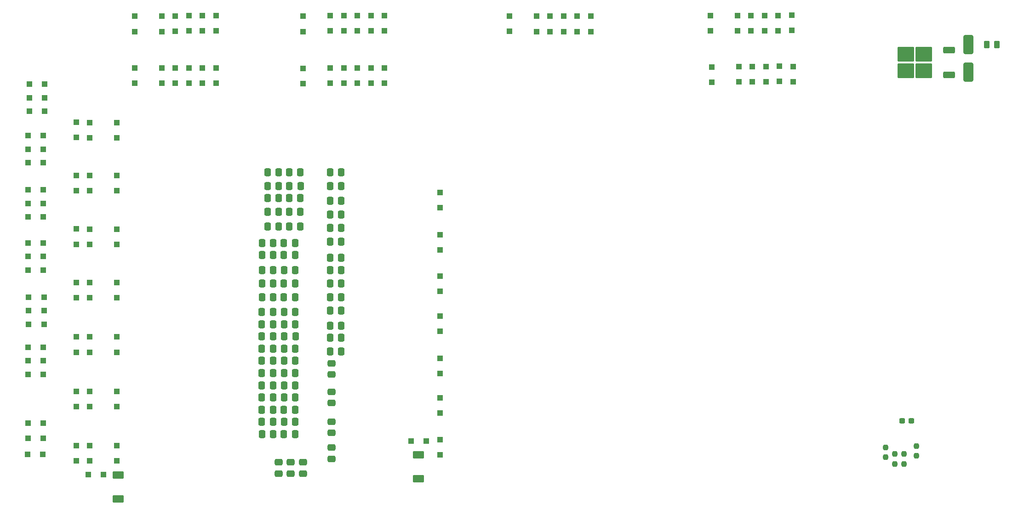
<source format=gbr>
%TF.GenerationSoftware,KiCad,Pcbnew,8.0.5*%
%TF.CreationDate,2024-12-09T22:48:51-08:00*%
%TF.ProjectId,MRIRobot_PCB,4d524952-6f62-46f7-945f-5043422e6b69,rev?*%
%TF.SameCoordinates,Original*%
%TF.FileFunction,Paste,Bot*%
%TF.FilePolarity,Positive*%
%FSLAX46Y46*%
G04 Gerber Fmt 4.6, Leading zero omitted, Abs format (unit mm)*
G04 Created by KiCad (PCBNEW 8.0.5) date 2024-12-09 22:48:51*
%MOMM*%
%LPD*%
G01*
G04 APERTURE LIST*
G04 Aperture macros list*
%AMRoundRect*
0 Rectangle with rounded corners*
0 $1 Rounding radius*
0 $2 $3 $4 $5 $6 $7 $8 $9 X,Y pos of 4 corners*
0 Add a 4 corners polygon primitive as box body*
4,1,4,$2,$3,$4,$5,$6,$7,$8,$9,$2,$3,0*
0 Add four circle primitives for the rounded corners*
1,1,$1+$1,$2,$3*
1,1,$1+$1,$4,$5*
1,1,$1+$1,$6,$7*
1,1,$1+$1,$8,$9*
0 Add four rect primitives between the rounded corners*
20,1,$1+$1,$2,$3,$4,$5,0*
20,1,$1+$1,$4,$5,$6,$7,0*
20,1,$1+$1,$6,$7,$8,$9,0*
20,1,$1+$1,$8,$9,$2,$3,0*%
G04 Aperture macros list end*
%ADD10RoundRect,0.250000X-0.300000X0.300000X-0.300000X-0.300000X0.300000X-0.300000X0.300000X0.300000X0*%
%ADD11RoundRect,0.250000X-0.300000X-0.300000X0.300000X-0.300000X0.300000X0.300000X-0.300000X0.300000X0*%
%ADD12RoundRect,0.250000X-0.337500X-0.475000X0.337500X-0.475000X0.337500X0.475000X-0.337500X0.475000X0*%
%ADD13RoundRect,0.250000X-0.475000X0.337500X-0.475000X-0.337500X0.475000X-0.337500X0.475000X0.337500X0*%
%ADD14RoundRect,0.250000X0.300000X0.300000X-0.300000X0.300000X-0.300000X-0.300000X0.300000X-0.300000X0*%
%ADD15RoundRect,0.250000X-0.800000X0.450000X-0.800000X-0.450000X0.800000X-0.450000X0.800000X0.450000X0*%
%ADD16RoundRect,0.237500X0.237500X-0.250000X0.237500X0.250000X-0.237500X0.250000X-0.237500X-0.250000X0*%
%ADD17RoundRect,0.250000X0.850000X0.350000X-0.850000X0.350000X-0.850000X-0.350000X0.850000X-0.350000X0*%
%ADD18RoundRect,0.250000X1.275000X1.125000X-1.275000X1.125000X-1.275000X-1.125000X1.275000X-1.125000X0*%
%ADD19RoundRect,0.250000X0.650000X-1.500000X0.650000X1.500000X-0.650000X1.500000X-0.650000X-1.500000X0*%
%ADD20RoundRect,0.250000X-0.262500X-0.450000X0.262500X-0.450000X0.262500X0.450000X-0.262500X0.450000X0*%
%ADD21RoundRect,0.237500X-0.300000X-0.237500X0.300000X-0.237500X0.300000X0.237500X-0.300000X0.237500X0*%
G04 APERTURE END LIST*
D10*
%TO.C,D22*%
X62250000Y-152100000D03*
X62250000Y-154900000D03*
%TD*%
D11*
%TO.C,D96*%
X45850000Y-105000000D03*
X48650000Y-105000000D03*
%TD*%
D10*
%TO.C,D53*%
X149500000Y-73000000D03*
X149500000Y-75800000D03*
%TD*%
D12*
%TO.C,R35*%
X88925000Y-141000000D03*
X91000000Y-141000000D03*
%TD*%
D11*
%TO.C,D102*%
X46000000Y-124750000D03*
X48800000Y-124750000D03*
%TD*%
D10*
%TO.C,D70*%
X73000000Y-82500000D03*
X73000000Y-85300000D03*
%TD*%
%TO.C,D76*%
X73000000Y-72950000D03*
X73000000Y-75750000D03*
%TD*%
%TO.C,D38*%
X54750000Y-152100000D03*
X54750000Y-154900000D03*
%TD*%
D12*
%TO.C,R128*%
X101500000Y-101750000D03*
X103575000Y-101750000D03*
%TD*%
%TO.C,R43*%
X88962500Y-124750000D03*
X91037500Y-124750000D03*
%TD*%
D10*
%TO.C,D72*%
X65500000Y-73000000D03*
X65500000Y-75800000D03*
%TD*%
%TO.C,D41*%
X186750000Y-82250000D03*
X186750000Y-85050000D03*
%TD*%
%TO.C,D85*%
X121750000Y-151000000D03*
X121750000Y-153800000D03*
%TD*%
D11*
%TO.C,D105*%
X45850000Y-134000000D03*
X48650000Y-134000000D03*
%TD*%
D10*
%TO.C,D45*%
X184000000Y-72875000D03*
X184000000Y-75675000D03*
%TD*%
D12*
%TO.C,R123*%
X101500000Y-119750000D03*
X103575000Y-119750000D03*
%TD*%
%TO.C,C56*%
X93962500Y-111750000D03*
X96037500Y-111750000D03*
%TD*%
D10*
%TO.C,D59*%
X111500000Y-82500000D03*
X111500000Y-85300000D03*
%TD*%
D12*
%TO.C,C47*%
X93000000Y-134250000D03*
X95075000Y-134250000D03*
%TD*%
%TO.C,R34*%
X88962500Y-150000000D03*
X91037500Y-150000000D03*
%TD*%
D10*
%TO.C,D49*%
X144500000Y-73000000D03*
X144500000Y-75800000D03*
%TD*%
D12*
%TO.C,R127*%
X101500000Y-114500000D03*
X103575000Y-114500000D03*
%TD*%
D10*
%TO.C,D61*%
X106500000Y-72850000D03*
X106500000Y-75650000D03*
%TD*%
%TO.C,D57*%
X109000000Y-82500000D03*
X109000000Y-85300000D03*
%TD*%
D13*
%TO.C,R115*%
X92000000Y-155212500D03*
X92000000Y-157287500D03*
%TD*%
D10*
%TO.C,D34*%
X62250000Y-142100000D03*
X62250000Y-144900000D03*
%TD*%
D12*
%TO.C,R85*%
X89962500Y-101750000D03*
X92037500Y-101750000D03*
%TD*%
%TO.C,R41*%
X88925000Y-129750000D03*
X91000000Y-129750000D03*
%TD*%
D14*
%TO.C,D84*%
X119200000Y-151250000D03*
X116400000Y-151250000D03*
%TD*%
D10*
%TO.C,D29*%
X57250000Y-112250000D03*
X57250000Y-115050000D03*
%TD*%
D12*
%TO.C,R119*%
X101500000Y-124750000D03*
X103575000Y-124750000D03*
%TD*%
D13*
%TO.C,R112*%
X101750000Y-147712500D03*
X101750000Y-149787500D03*
%TD*%
D12*
%TO.C,R45*%
X88962500Y-122250000D03*
X91037500Y-122250000D03*
%TD*%
D10*
%TO.C,D30*%
X54750000Y-112200000D03*
X54750000Y-115000000D03*
%TD*%
%TO.C,D28*%
X62250000Y-112250000D03*
X62250000Y-115050000D03*
%TD*%
D12*
%TO.C,C53*%
X93000000Y-119750000D03*
X95075000Y-119750000D03*
%TD*%
D10*
%TO.C,D67*%
X75500000Y-82500000D03*
X75500000Y-85300000D03*
%TD*%
D12*
%TO.C,C50*%
X93000000Y-129750000D03*
X95075000Y-129750000D03*
%TD*%
%TO.C,R80*%
X89962500Y-111750000D03*
X92037500Y-111750000D03*
%TD*%
%TO.C,C58*%
X93962500Y-109000000D03*
X96037500Y-109000000D03*
%TD*%
D10*
%TO.C,D15*%
X171750000Y-82350000D03*
X171750000Y-85150000D03*
%TD*%
D12*
%TO.C,R129*%
X101462500Y-104250000D03*
X103537500Y-104250000D03*
%TD*%
D10*
%TO.C,D73*%
X75500000Y-72850000D03*
X75500000Y-75650000D03*
%TD*%
D11*
%TO.C,D108*%
X45750000Y-153750000D03*
X48550000Y-153750000D03*
%TD*%
%TO.C,D92*%
X46100000Y-90500000D03*
X48900000Y-90500000D03*
%TD*%
D10*
%TO.C,D79*%
X121750000Y-128250000D03*
X121750000Y-131050000D03*
%TD*%
D11*
%TO.C,D94*%
X45850000Y-107500000D03*
X48650000Y-107500000D03*
%TD*%
D10*
%TO.C,D71*%
X80500000Y-82500000D03*
X80500000Y-85300000D03*
%TD*%
D12*
%TO.C,R38*%
X88925000Y-134250000D03*
X91000000Y-134250000D03*
%TD*%
D10*
%TO.C,D23*%
X57250000Y-92600000D03*
X57250000Y-95400000D03*
%TD*%
D12*
%TO.C,R130*%
X101500000Y-107000000D03*
X103575000Y-107000000D03*
%TD*%
%TO.C,C41*%
X93000000Y-147750000D03*
X95075000Y-147750000D03*
%TD*%
D11*
%TO.C,D99*%
X45850000Y-114750000D03*
X48650000Y-114750000D03*
%TD*%
D15*
%TO.C,D87*%
X62500000Y-157550000D03*
X62500000Y-161950000D03*
%TD*%
D10*
%TO.C,D19*%
X62250000Y-122100000D03*
X62250000Y-124900000D03*
%TD*%
D14*
%TO.C,D86*%
X59750000Y-157500000D03*
X56950000Y-157500000D03*
%TD*%
D10*
%TO.C,D58*%
X104000000Y-82500000D03*
X104000000Y-85300000D03*
%TD*%
%TO.C,D80*%
X121750000Y-113250000D03*
X121750000Y-116050000D03*
%TD*%
D11*
%TO.C,D90*%
X46100000Y-85500000D03*
X48900000Y-85500000D03*
%TD*%
D10*
%TO.C,D36*%
X54750000Y-142100000D03*
X54750000Y-144900000D03*
%TD*%
D12*
%TO.C,C57*%
X92962500Y-114750000D03*
X95037500Y-114750000D03*
%TD*%
%TO.C,C42*%
X92962500Y-145500000D03*
X95037500Y-145500000D03*
%TD*%
D10*
%TO.C,D25*%
X62250000Y-102350000D03*
X62250000Y-105150000D03*
%TD*%
%TO.C,D24*%
X54750000Y-92500000D03*
X54750000Y-95300000D03*
%TD*%
%TO.C,D52*%
X142000000Y-73000000D03*
X142000000Y-75800000D03*
%TD*%
D12*
%TO.C,R117*%
X101500000Y-134750000D03*
X103575000Y-134750000D03*
%TD*%
D13*
%TO.C,R110*%
X101750000Y-152500000D03*
X101750000Y-154575000D03*
%TD*%
D10*
%TO.C,D65*%
X111500000Y-72850000D03*
X111500000Y-75650000D03*
%TD*%
D13*
%TO.C,R116*%
X101750000Y-136962500D03*
X101750000Y-139037500D03*
%TD*%
D16*
%TO.C,R14*%
X203740000Y-154250000D03*
X203740000Y-152425000D03*
%TD*%
D12*
%TO.C,C54*%
X92962500Y-122250000D03*
X95037500Y-122250000D03*
%TD*%
D10*
%TO.C,D82*%
X121750000Y-120850000D03*
X121750000Y-123650000D03*
%TD*%
%TO.C,D74*%
X70500000Y-73000000D03*
X70500000Y-75800000D03*
%TD*%
D11*
%TO.C,D91*%
X45850000Y-97500000D03*
X48650000Y-97500000D03*
%TD*%
D10*
%TO.C,D81*%
X121750000Y-136000000D03*
X121750000Y-138800000D03*
%TD*%
D11*
%TO.C,D98*%
X45850000Y-110000000D03*
X48650000Y-110000000D03*
%TD*%
D10*
%TO.C,D68*%
X70500000Y-82500000D03*
X70500000Y-85300000D03*
%TD*%
D12*
%TO.C,R81*%
X88962500Y-114750000D03*
X91037500Y-114750000D03*
%TD*%
%TO.C,R42*%
X88925000Y-127500000D03*
X91000000Y-127500000D03*
%TD*%
D10*
%TO.C,D66*%
X65500000Y-82500000D03*
X65500000Y-85300000D03*
%TD*%
D12*
%TO.C,C59*%
X94000000Y-104250000D03*
X96075000Y-104250000D03*
%TD*%
%TO.C,C43*%
X92962500Y-150000000D03*
X95037500Y-150000000D03*
%TD*%
D11*
%TO.C,D100*%
X46000000Y-127250000D03*
X48800000Y-127250000D03*
%TD*%
%TO.C,D106*%
X45850000Y-148000000D03*
X48650000Y-148000000D03*
%TD*%
D12*
%TO.C,R36*%
X88925000Y-138750000D03*
X91000000Y-138750000D03*
%TD*%
%TO.C,R122*%
X101500000Y-117500000D03*
X103575000Y-117500000D03*
%TD*%
%TO.C,C61*%
X93962500Y-101750000D03*
X96037500Y-101750000D03*
%TD*%
D10*
%TO.C,D20*%
X57250000Y-122100000D03*
X57250000Y-124900000D03*
%TD*%
%TO.C,D64*%
X104000000Y-72850000D03*
X104000000Y-75650000D03*
%TD*%
%TO.C,D63*%
X109000000Y-72850000D03*
X109000000Y-75650000D03*
%TD*%
D17*
%TO.C,Q1*%
X215450000Y-79222500D03*
D18*
X210825000Y-83027500D03*
X210825000Y-79977500D03*
X207475000Y-83027500D03*
X207475000Y-79977500D03*
D17*
X215450000Y-83782500D03*
%TD*%
D12*
%TO.C,C44*%
X93000000Y-141000000D03*
X95075000Y-141000000D03*
%TD*%
%TO.C,R121*%
X101500000Y-127250000D03*
X103575000Y-127250000D03*
%TD*%
D10*
%TO.C,D83*%
X121750000Y-143350000D03*
X121750000Y-146150000D03*
%TD*%
%TO.C,D40*%
X184250000Y-82200000D03*
X184250000Y-85000000D03*
%TD*%
%TO.C,D44*%
X176500000Y-72875000D03*
X176500000Y-75675000D03*
%TD*%
D19*
%TO.C,D109*%
X219000000Y-83250000D03*
X219000000Y-78250000D03*
%TD*%
D12*
%TO.C,R125*%
X101500000Y-109500000D03*
X103575000Y-109500000D03*
%TD*%
%TO.C,R40*%
X88925000Y-136500000D03*
X91000000Y-136500000D03*
%TD*%
D10*
%TO.C,D54*%
X96500000Y-82600000D03*
X96500000Y-85400000D03*
%TD*%
D20*
%TO.C,R6*%
X222425000Y-78250000D03*
X224250000Y-78250000D03*
%TD*%
D12*
%TO.C,C55*%
X92962500Y-117000000D03*
X95037500Y-117000000D03*
%TD*%
D10*
%TO.C,D33*%
X54750000Y-132100000D03*
X54750000Y-134900000D03*
%TD*%
%TO.C,D55*%
X106500000Y-82500000D03*
X106500000Y-85300000D03*
%TD*%
D21*
%TO.C,C1*%
X206830000Y-147587500D03*
X208555000Y-147587500D03*
%TD*%
D13*
%TO.C,R113*%
X94250000Y-155212500D03*
X94250000Y-157287500D03*
%TD*%
D11*
%TO.C,D103*%
X45850000Y-136500000D03*
X48650000Y-136500000D03*
%TD*%
D10*
%TO.C,D43*%
X181500000Y-72875000D03*
X181500000Y-75675000D03*
%TD*%
%TO.C,D18*%
X179250000Y-82250000D03*
X179250000Y-85050000D03*
%TD*%
D15*
%TO.C,D12*%
X117750000Y-153800000D03*
X117750000Y-158200000D03*
%TD*%
D10*
%TO.C,D77*%
X80500000Y-72850000D03*
X80500000Y-75650000D03*
%TD*%
D12*
%TO.C,R124*%
X101500000Y-122250000D03*
X103575000Y-122250000D03*
%TD*%
D11*
%TO.C,D88*%
X46100000Y-88000000D03*
X48900000Y-88000000D03*
%TD*%
D12*
%TO.C,C45*%
X93000000Y-138750000D03*
X95075000Y-138750000D03*
%TD*%
D10*
%TO.C,D42*%
X171500000Y-72875000D03*
X171500000Y-75675000D03*
%TD*%
D12*
%TO.C,R33*%
X88925000Y-145500000D03*
X91000000Y-145500000D03*
%TD*%
D10*
%TO.C,D62*%
X101500000Y-72850000D03*
X101500000Y-75650000D03*
%TD*%
D12*
%TO.C,R118*%
X101500000Y-132250000D03*
X103575000Y-132250000D03*
%TD*%
%TO.C,R32*%
X88925000Y-147750000D03*
X91000000Y-147750000D03*
%TD*%
D10*
%TO.C,D51*%
X147000000Y-73000000D03*
X147000000Y-75800000D03*
%TD*%
D12*
%TO.C,R44*%
X88962500Y-119750000D03*
X91037500Y-119750000D03*
%TD*%
D10*
%TO.C,D17*%
X62250000Y-92600000D03*
X62250000Y-95400000D03*
%TD*%
D12*
%TO.C,C52*%
X92962500Y-124750000D03*
X95037500Y-124750000D03*
%TD*%
D10*
%TO.C,D69*%
X78000000Y-82500000D03*
X78000000Y-85300000D03*
%TD*%
D11*
%TO.C,D107*%
X45850000Y-150750000D03*
X48650000Y-150750000D03*
%TD*%
D16*
%TO.C,R21*%
X205442500Y-155500000D03*
X205442500Y-153675000D03*
%TD*%
D10*
%TO.C,D56*%
X101500000Y-82500000D03*
X101500000Y-85300000D03*
%TD*%
D12*
%TO.C,R37*%
X88925000Y-143250000D03*
X91000000Y-143250000D03*
%TD*%
D11*
%TO.C,D95*%
X45850000Y-119750000D03*
X48650000Y-119750000D03*
%TD*%
D12*
%TO.C,R82*%
X89962500Y-109000000D03*
X92037500Y-109000000D03*
%TD*%
%TO.C,C48*%
X93037500Y-132000000D03*
X95112500Y-132000000D03*
%TD*%
D11*
%TO.C,D93*%
X45850000Y-95000000D03*
X48650000Y-95000000D03*
%TD*%
D10*
%TO.C,D21*%
X54750000Y-122100000D03*
X54750000Y-124900000D03*
%TD*%
D12*
%TO.C,R83*%
X89962500Y-104250000D03*
X92037500Y-104250000D03*
%TD*%
D10*
%TO.C,D75*%
X78000000Y-72850000D03*
X78000000Y-75650000D03*
%TD*%
D13*
%TO.C,R114*%
X101750000Y-142212500D03*
X101750000Y-144287500D03*
%TD*%
D10*
%TO.C,D27*%
X54750000Y-102350000D03*
X54750000Y-105150000D03*
%TD*%
D16*
%TO.C,R13*%
X209490000Y-154000000D03*
X209490000Y-152175000D03*
%TD*%
D12*
%TO.C,R120*%
X101500000Y-130000000D03*
X103575000Y-130000000D03*
%TD*%
D11*
%TO.C,D104*%
X46000000Y-129750000D03*
X48800000Y-129750000D03*
%TD*%
D10*
%TO.C,D47*%
X186500000Y-72825000D03*
X186500000Y-75625000D03*
%TD*%
D11*
%TO.C,D89*%
X45850000Y-100000000D03*
X48650000Y-100000000D03*
%TD*%
D10*
%TO.C,D39*%
X181750000Y-82250000D03*
X181750000Y-85050000D03*
%TD*%
%TO.C,D37*%
X57250000Y-152100000D03*
X57250000Y-154900000D03*
%TD*%
%TO.C,D50*%
X139500000Y-73000000D03*
X139500000Y-75800000D03*
%TD*%
D12*
%TO.C,C60*%
X93962500Y-106500000D03*
X96037500Y-106500000D03*
%TD*%
%TO.C,C49*%
X93000000Y-136500000D03*
X95075000Y-136500000D03*
%TD*%
D10*
%TO.C,D32*%
X57250000Y-132100000D03*
X57250000Y-134900000D03*
%TD*%
%TO.C,D31*%
X62250000Y-132100000D03*
X62250000Y-134900000D03*
%TD*%
D12*
%TO.C,C46*%
X93000000Y-143250000D03*
X95075000Y-143250000D03*
%TD*%
D10*
%TO.C,D16*%
X176750000Y-82250000D03*
X176750000Y-85050000D03*
%TD*%
D12*
%TO.C,R46*%
X88962500Y-117000000D03*
X91037500Y-117000000D03*
%TD*%
D10*
%TO.C,D48*%
X134500000Y-72950000D03*
X134500000Y-75750000D03*
%TD*%
D12*
%TO.C,R126*%
X101500000Y-112000000D03*
X103575000Y-112000000D03*
%TD*%
D10*
%TO.C,D60*%
X96500000Y-73000000D03*
X96500000Y-75800000D03*
%TD*%
D11*
%TO.C,D101*%
X45850000Y-139000000D03*
X48650000Y-139000000D03*
%TD*%
D10*
%TO.C,D35*%
X57250000Y-142100000D03*
X57250000Y-144900000D03*
%TD*%
D12*
%TO.C,R84*%
X89962500Y-106500000D03*
X92037500Y-106500000D03*
%TD*%
D11*
%TO.C,D97*%
X45850000Y-117250000D03*
X48650000Y-117250000D03*
%TD*%
D10*
%TO.C,D26*%
X57250000Y-102350000D03*
X57250000Y-105150000D03*
%TD*%
%TO.C,D78*%
X121750000Y-105500000D03*
X121750000Y-108300000D03*
%TD*%
D12*
%TO.C,C51*%
X93000000Y-127500000D03*
X95075000Y-127500000D03*
%TD*%
%TO.C,R39*%
X88925000Y-132000000D03*
X91000000Y-132000000D03*
%TD*%
D16*
%TO.C,R22*%
X207192500Y-155500000D03*
X207192500Y-153675000D03*
%TD*%
D13*
%TO.C,R111*%
X96500000Y-155212500D03*
X96500000Y-157287500D03*
%TD*%
D10*
%TO.C,D46*%
X179000000Y-72875000D03*
X179000000Y-75675000D03*
%TD*%
M02*

</source>
